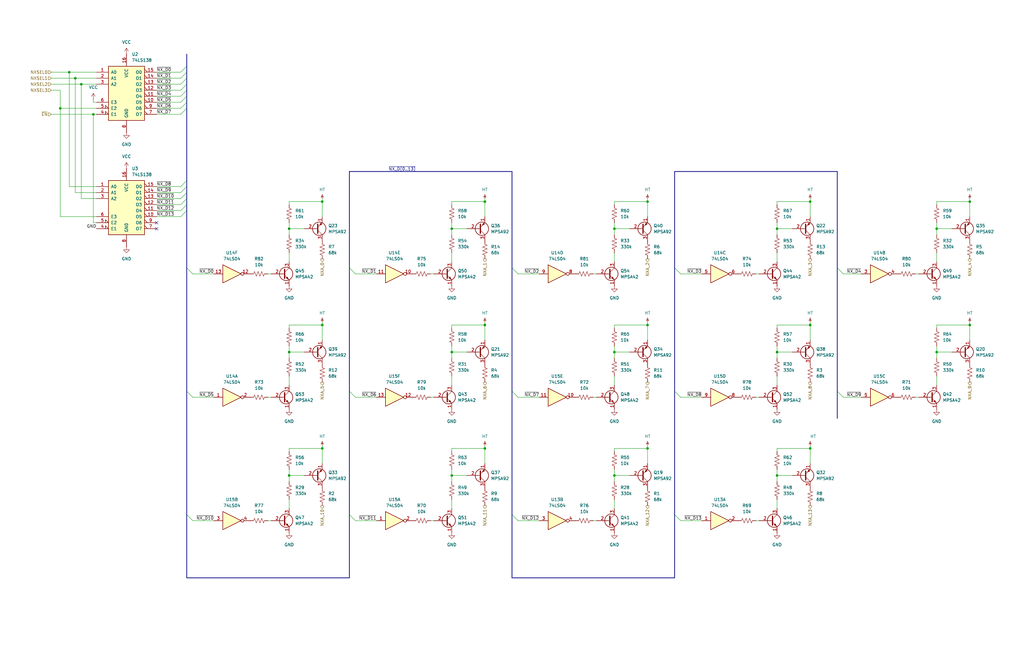
<source format=kicad_sch>
(kicad_sch (version 20231120) (generator "eeschema") (generator_version "8.0")
  (paper "USLedger")
  (title_block (title "TTL Calculator Display Driver") (date "2025-02-14") (rev "A"))
  (junction (at 341.63 137.16))
  (junction (at 135.89 137.16))
  (junction (at 327.66 148.59))
  (junction (at 273.05 137.16))
  (junction (at 204.47 189.23))
  (junction (at 394.97 96.52))
  (junction (at 135.89 85.09))
  (junction (at 341.63 189.23))
  (junction (at 327.66 200.66))
  (junction (at 190.5 200.66))
  (junction (at 190.5 96.52))
  (junction (at 204.47 85.09))
  (junction (at 135.89 189.23))
  (junction (at 259.08 200.66))
  (junction (at 121.92 200.66))
  (junction (at 408.94 137.16))
  (junction (at 273.05 189.23))
  (junction (at 190.5 148.59))
  (junction (at 341.63 85.09))
  (junction (at 34.29 35.56))
  (junction (at 29.21 30.48))
  (junction (at 408.94 85.09))
  (junction (at 39.37 48.26))
  (junction (at 327.66 96.52))
  (junction (at 31.75 33.02))
  (junction (at 394.97 148.59))
  (junction (at 121.92 96.52))
  (junction (at 121.92 148.59))
  (junction (at 25.4 45.72))
  (junction (at 273.05 85.09))
  (junction (at 259.08 148.59))
  (junction (at 204.47 137.16))
  (junction (at 259.08 96.52))
  (no_connect (at 66.04 96.52))
  (no_connect (at 66.04 93.98))
  (bus_entry (at 284.48 113.03) (size 2.54 2.54))
  (bus_entry (at 78.74 81.28) (size -2.54 2.54))
  (bus_entry (at 147.32 113.03) (size 2.54 2.54))
  (bus_entry (at 78.74 35.56) (size -2.54 2.54))
  (bus_entry (at 147.32 217.17) (size 2.54 2.54))
  (bus_entry (at 78.74 38.1) (size -2.54 2.54))
  (bus_entry (at 78.74 86.36) (size -2.54 2.54))
  (bus_entry (at 353.06 113.03) (size 2.54 2.54))
  (bus_entry (at 78.74 33.02) (size -2.54 2.54))
  (bus_entry (at 78.74 40.64) (size -2.54 2.54))
  (bus_entry (at 78.74 30.48) (size -2.54 2.54))
  (bus_entry (at 78.74 76.2) (size -2.54 2.54))
  (bus_entry (at 78.74 113.03) (size 2.54 2.54))
  (bus_entry (at 78.74 165.1) (size 2.54 2.54))
  (bus_entry (at 215.9 217.17) (size 2.54 2.54))
  (bus_entry (at 147.32 165.1) (size 2.54 2.54))
  (bus_entry (at 78.74 217.17) (size 2.54 2.54))
  (bus_entry (at 78.74 78.74) (size -2.54 2.54))
  (bus_entry (at 353.06 165.1) (size 2.54 2.54))
  (bus_entry (at 78.74 88.9) (size -2.54 2.54))
  (bus_entry (at 78.74 83.82) (size -2.54 2.54))
  (bus_entry (at 284.48 165.1) (size 2.54 2.54))
  (bus_entry (at 215.9 165.1) (size 2.54 2.54))
  (bus_entry (at 78.74 27.94) (size -2.54 2.54))
  (bus_entry (at 78.74 43.18) (size -2.54 2.54))
  (bus_entry (at 284.48 217.17) (size 2.54 2.54))
  (bus_entry (at 215.9 113.03) (size 2.54 2.54))
  (bus_entry (at 78.74 45.72) (size -2.54 2.54))
  (wire (pts (xy 190.5 200.66) (xy 190.5 203.2)))
  (wire (pts (xy 66.04 83.82) (xy 76.2 83.82)))
  (wire (pts (xy 66.04 40.64) (xy 76.2 40.64)))
  (wire (pts (xy 327.66 198.12) (xy 327.66 200.66)))
  (wire (pts (xy 121.92 106.68) (xy 121.92 110.49)))
  (wire (pts (xy 135.89 135.89) (xy 135.89 137.16)))
  (wire (pts (xy 327.66 138.43) (xy 327.66 137.16)))
  (wire (pts (xy 190.5 85.09) (xy 204.47 85.09)))
  (wire (pts (xy 259.08 146.05) (xy 259.08 148.59)))
  (wire (pts (xy 394.97 106.68) (xy 394.97 110.49)))
  (wire (pts (xy 204.47 137.16) (xy 204.47 143.51)))
  (wire (pts (xy 190.5 93.98) (xy 190.5 96.52)))
  (wire (pts (xy 190.5 86.36) (xy 190.5 85.09)))
  (wire (pts (xy 259.08 138.43) (xy 259.08 137.16)))
  (wire (pts (xy 355.6 115.57) (xy 363.22 115.57)))
  (wire (pts (xy 273.05 187.96) (xy 273.05 189.23)))
  (wire (pts (xy 394.97 137.16) (xy 408.94 137.16)))
  (wire (pts (xy 25.4 45.72) (xy 40.64 45.72)))
  (wire (pts (xy 21.59 38.1) (xy 25.4 38.1)))
  (wire (pts (xy 190.5 137.16) (xy 204.47 137.16)))
  (wire (pts (xy 121.92 198.12) (xy 121.92 200.66)))
  (wire (pts (xy 40.64 78.74) (xy 29.21 78.74)))
  (wire (pts (xy 204.47 83.82) (xy 204.47 85.09)))
  (wire (pts (xy 149.86 219.71) (xy 158.75 219.71)))
  (wire (pts (xy 31.75 33.02) (xy 40.64 33.02)))
  (wire (pts (xy 190.5 106.68) (xy 190.5 110.49)))
  (wire (pts (xy 394.97 85.09) (xy 408.94 85.09)))
  (wire (pts (xy 204.47 85.09) (xy 204.47 91.44)))
  (wire (pts (xy 40.64 81.28) (xy 31.75 81.28)))
  (bus (pts (xy 147.32 72.39) (xy 215.9 72.39)))
  (wire (pts (xy 327.66 85.09) (xy 341.63 85.09)))
  (wire (pts (xy 121.92 190.5) (xy 121.92 189.23)))
  (wire (pts (xy 408.94 137.16) (xy 408.94 143.51)))
  (wire (pts (xy 341.63 187.96) (xy 341.63 189.23)))
  (wire (pts (xy 121.92 210.82) (xy 121.92 214.63)))
  (wire (pts (xy 259.08 96.52) (xy 265.43 96.52)))
  (bus (pts (xy 353.06 165.1) (xy 353.06 176.53)))
  (bus (pts (xy 284.48 72.39) (xy 284.48 113.03)))
  (bus (pts (xy 78.74 30.48) (xy 78.74 33.02)))
  (wire (pts (xy 66.04 91.44) (xy 76.2 91.44)))
  (wire (pts (xy 259.08 106.68) (xy 259.08 110.49)))
  (wire (pts (xy 204.47 189.23) (xy 204.47 195.58)))
  (wire (pts (xy 394.97 158.75) (xy 394.97 162.56)))
  (wire (pts (xy 287.02 167.64) (xy 295.91 167.64)))
  (wire (pts (xy 34.29 35.56) (xy 40.64 35.56)))
  (wire (pts (xy 259.08 148.59) (xy 259.08 151.13)))
  (wire (pts (xy 355.6 167.64) (xy 363.22 167.64)))
  (wire (pts (xy 273.05 189.23) (xy 273.05 195.58)))
  (wire (pts (xy 327.66 200.66) (xy 327.66 203.2)))
  (wire (pts (xy 327.66 148.59) (xy 334.01 148.59)))
  (wire (pts (xy 218.44 115.57) (xy 227.33 115.57)))
  (wire (pts (xy 259.08 190.5) (xy 259.08 189.23)))
  (wire (pts (xy 341.63 83.82) (xy 341.63 85.09)))
  (wire (pts (xy 259.08 210.82) (xy 259.08 214.63)))
  (wire (pts (xy 327.66 93.98) (xy 327.66 96.52)))
  (wire (pts (xy 408.94 135.89) (xy 408.94 137.16)))
  (wire (pts (xy 259.08 198.12) (xy 259.08 200.66)))
  (wire (pts (xy 250.19 115.57) (xy 251.46 115.57)))
  (wire (pts (xy 287.02 115.57) (xy 295.91 115.57)))
  (wire (pts (xy 135.89 187.96) (xy 135.89 189.23)))
  (wire (pts (xy 394.97 146.05) (xy 394.97 148.59)))
  (wire (pts (xy 40.64 83.82) (xy 34.29 83.82)))
  (wire (pts (xy 394.97 96.52) (xy 394.97 99.06)))
  (wire (pts (xy 135.89 137.16) (xy 135.89 143.51)))
  (wire (pts (xy 273.05 83.82) (xy 273.05 85.09)))
  (wire (pts (xy 327.66 86.36) (xy 327.66 85.09)))
  (wire (pts (xy 259.08 137.16) (xy 273.05 137.16)))
  (wire (pts (xy 121.92 85.09) (xy 135.89 85.09)))
  (wire (pts (xy 341.63 137.16) (xy 341.63 143.51)))
  (bus (pts (xy 78.74 76.2) (xy 78.74 78.74)))
  (bus (pts (xy 215.9 243.84) (xy 284.48 243.84)))
  (wire (pts (xy 81.28 167.64) (xy 90.17 167.64)))
  (wire (pts (xy 121.92 138.43) (xy 121.92 137.16)))
  (wire (pts (xy 327.66 189.23) (xy 341.63 189.23)))
  (bus (pts (xy 78.74 113.03) (xy 78.74 165.1)))
  (wire (pts (xy 408.94 85.09) (xy 408.94 91.44)))
  (bus (pts (xy 78.74 40.64) (xy 78.74 43.18)))
  (wire (pts (xy 327.66 190.5) (xy 327.66 189.23)))
  (wire (pts (xy 135.89 83.82) (xy 135.89 85.09)))
  (wire (pts (xy 135.89 189.23) (xy 135.89 195.58)))
  (wire (pts (xy 121.92 189.23) (xy 135.89 189.23)))
  (wire (pts (xy 121.92 148.59) (xy 128.27 148.59)))
  (wire (pts (xy 273.05 85.09) (xy 273.05 91.44)))
  (wire (pts (xy 394.97 96.52) (xy 401.32 96.52)))
  (wire (pts (xy 218.44 219.71) (xy 227.33 219.71)))
  (wire (pts (xy 121.92 146.05) (xy 121.92 148.59)))
  (wire (pts (xy 190.5 96.52) (xy 190.5 99.06)))
  (wire (pts (xy 66.04 88.9) (xy 76.2 88.9)))
  (wire (pts (xy 66.04 78.74) (xy 76.2 78.74)))
  (wire (pts (xy 259.08 158.75) (xy 259.08 162.56)))
  (wire (pts (xy 121.92 86.36) (xy 121.92 85.09)))
  (bus (pts (xy 78.74 88.9) (xy 78.74 113.03)))
  (wire (pts (xy 394.97 148.59) (xy 394.97 151.13)))
  (wire (pts (xy 21.59 48.26) (xy 39.37 48.26)))
  (wire (pts (xy 21.59 30.48) (xy 29.21 30.48)))
  (wire (pts (xy 29.21 30.48) (xy 29.21 78.74)))
  (wire (pts (xy 394.97 86.36) (xy 394.97 85.09)))
  (wire (pts (xy 25.4 38.1) (xy 25.4 45.72)))
  (wire (pts (xy 66.04 86.36) (xy 76.2 86.36)))
  (wire (pts (xy 40.64 93.98) (xy 39.37 93.98)))
  (wire (pts (xy 135.89 85.09) (xy 135.89 91.44)))
  (wire (pts (xy 149.86 115.57) (xy 158.75 115.57)))
  (wire (pts (xy 327.66 96.52) (xy 327.66 99.06)))
  (wire (pts (xy 250.19 219.71) (xy 251.46 219.71)))
  (wire (pts (xy 259.08 200.66) (xy 259.08 203.2)))
  (wire (pts (xy 181.61 115.57) (xy 182.88 115.57)))
  (wire (pts (xy 21.59 33.02) (xy 31.75 33.02)))
  (bus (pts (xy 78.74 86.36) (xy 78.74 88.9)))
  (wire (pts (xy 394.97 93.98) (xy 394.97 96.52)))
  (wire (pts (xy 327.66 146.05) (xy 327.66 148.59)))
  (wire (pts (xy 113.03 219.71) (xy 114.3 219.71)))
  (wire (pts (xy 327.66 106.68) (xy 327.66 110.49)))
  (wire (pts (xy 66.04 43.18) (xy 76.2 43.18)))
  (wire (pts (xy 259.08 86.36) (xy 259.08 85.09)))
  (bus (pts (xy 215.9 217.17) (xy 215.9 243.84)))
  (wire (pts (xy 259.08 189.23) (xy 273.05 189.23)))
  (wire (pts (xy 190.5 96.52) (xy 196.85 96.52)))
  (bus (pts (xy 284.48 72.39) (xy 353.06 72.39)))
  (bus (pts (xy 78.74 22.86) (xy 78.74 27.94)))
  (wire (pts (xy 327.66 158.75) (xy 327.66 162.56)))
  (wire (pts (xy 66.04 48.26) (xy 76.2 48.26)))
  (wire (pts (xy 39.37 93.98) (xy 39.37 48.26)))
  (wire (pts (xy 259.08 148.59) (xy 265.43 148.59)))
  (wire (pts (xy 327.66 210.82) (xy 327.66 214.63)))
  (wire (pts (xy 190.5 198.12) (xy 190.5 200.66)))
  (wire (pts (xy 40.64 43.18) (xy 39.37 43.18)))
  (wire (pts (xy 190.5 189.23) (xy 204.47 189.23)))
  (wire (pts (xy 341.63 135.89) (xy 341.63 137.16)))
  (bus (pts (xy 353.06 113.03) (xy 353.06 165.1)))
  (wire (pts (xy 66.04 30.48) (xy 76.2 30.48)))
  (wire (pts (xy 190.5 148.59) (xy 196.85 148.59)))
  (bus (pts (xy 78.74 38.1) (xy 78.74 40.64)))
  (wire (pts (xy 327.66 148.59) (xy 327.66 151.13)))
  (wire (pts (xy 318.77 115.57) (xy 320.04 115.57)))
  (wire (pts (xy 121.92 148.59) (xy 121.92 151.13)))
  (bus (pts (xy 78.74 243.84) (xy 147.32 243.84)))
  (wire (pts (xy 121.92 137.16) (xy 135.89 137.16)))
  (wire (pts (xy 66.04 81.28) (xy 76.2 81.28)))
  (bus (pts (xy 78.74 83.82) (xy 78.74 86.36)))
  (wire (pts (xy 66.04 45.72) (xy 76.2 45.72)))
  (wire (pts (xy 386.08 115.57) (xy 387.35 115.57)))
  (wire (pts (xy 29.21 30.48) (xy 40.64 30.48)))
  (wire (pts (xy 39.37 48.26) (xy 40.64 48.26)))
  (bus (pts (xy 147.32 243.84) (xy 147.32 217.17)))
  (wire (pts (xy 250.19 167.64) (xy 251.46 167.64)))
  (wire (pts (xy 190.5 138.43) (xy 190.5 137.16)))
  (wire (pts (xy 327.66 96.52) (xy 334.01 96.52)))
  (wire (pts (xy 318.77 167.64) (xy 320.04 167.64)))
  (wire (pts (xy 273.05 135.89) (xy 273.05 137.16)))
  (wire (pts (xy 327.66 137.16) (xy 341.63 137.16)))
  (wire (pts (xy 40.64 91.44) (xy 25.4 91.44)))
  (wire (pts (xy 204.47 135.89) (xy 204.47 137.16)))
  (bus (pts (xy 215.9 165.1) (xy 215.9 217.17)))
  (wire (pts (xy 149.86 167.64) (xy 158.75 167.64)))
  (bus (pts (xy 353.06 72.39) (xy 353.06 113.03)))
  (wire (pts (xy 81.28 115.57) (xy 90.17 115.57)))
  (wire (pts (xy 394.97 138.43) (xy 394.97 137.16)))
  (wire (pts (xy 341.63 85.09) (xy 341.63 91.44)))
  (wire (pts (xy 21.59 35.56) (xy 34.29 35.56)))
  (wire (pts (xy 190.5 210.82) (xy 190.5 214.63)))
  (wire (pts (xy 327.66 200.66) (xy 334.01 200.66)))
  (bus (pts (xy 78.74 27.94) (xy 78.74 30.48)))
  (wire (pts (xy 121.92 158.75) (xy 121.92 162.56)))
  (bus (pts (xy 147.32 217.17) (xy 147.32 165.1)))
  (wire (pts (xy 259.08 96.52) (xy 259.08 99.06)))
  (wire (pts (xy 394.97 148.59) (xy 401.32 148.59)))
  (bus (pts (xy 78.74 35.56) (xy 78.74 38.1)))
  (bus (pts (xy 78.74 165.1) (xy 78.74 217.17)))
  (bus (pts (xy 284.48 165.1) (xy 284.48 113.03)))
  (wire (pts (xy 287.02 219.71) (xy 295.91 219.71)))
  (wire (pts (xy 273.05 137.16) (xy 273.05 143.51)))
  (bus (pts (xy 147.32 113.03) (xy 147.32 72.39)))
  (bus (pts (xy 284.48 217.17) (xy 284.48 165.1)))
  (wire (pts (xy 121.92 200.66) (xy 128.27 200.66)))
  (bus (pts (xy 78.74 33.02) (xy 78.74 35.56)))
  (bus (pts (xy 78.74 45.72) (xy 78.74 76.2)))
  (wire (pts (xy 66.04 33.02) (xy 76.2 33.02)))
  (wire (pts (xy 204.47 187.96) (xy 204.47 189.23)))
  (bus (pts (xy 78.74 78.74) (xy 78.74 81.28)))
  (wire (pts (xy 66.04 38.1) (xy 76.2 38.1)))
  (wire (pts (xy 121.92 200.66) (xy 121.92 203.2)))
  (wire (pts (xy 218.44 167.64) (xy 227.33 167.64)))
  (bus (pts (xy 147.32 165.1) (xy 147.32 113.03)))
  (bus (pts (xy 78.74 81.28) (xy 78.74 83.82)))
  (wire (pts (xy 121.92 96.52) (xy 128.27 96.52)))
  (wire (pts (xy 190.5 190.5) (xy 190.5 189.23)))
  (wire (pts (xy 121.92 96.52) (xy 121.92 99.06)))
  (wire (pts (xy 113.03 167.64) (xy 114.3 167.64)))
  (bus (pts (xy 284.48 243.84) (xy 284.48 217.17)))
  (wire (pts (xy 181.61 167.64) (xy 182.88 167.64)))
  (wire (pts (xy 121.92 93.98) (xy 121.92 96.52)))
  (wire (pts (xy 25.4 91.44) (xy 25.4 45.72)))
  (wire (pts (xy 181.61 219.71) (xy 182.88 219.71)))
  (bus (pts (xy 78.74 217.17) (xy 78.74 243.84)))
  (wire (pts (xy 190.5 200.66) (xy 196.85 200.66)))
  (wire (pts (xy 259.08 93.98) (xy 259.08 96.52)))
  (wire (pts (xy 190.5 148.59) (xy 190.5 151.13)))
  (wire (pts (xy 341.63 189.23) (xy 341.63 195.58)))
  (wire (pts (xy 31.75 81.28) (xy 31.75 33.02)))
  (wire (pts (xy 39.37 43.18) (xy 39.37 41.91)))
  (wire (pts (xy 386.08 167.64) (xy 387.35 167.64)))
  (bus (pts (xy 215.9 113.03) (xy 215.9 165.1)))
  (wire (pts (xy 408.94 83.82) (xy 408.94 85.09)))
  (bus (pts (xy 78.74 43.18) (xy 78.74 45.72)))
  (wire (pts (xy 34.29 83.82) (xy 34.29 35.56)))
  (wire (pts (xy 190.5 158.75) (xy 190.5 162.56)))
  (wire (pts (xy 190.5 146.05) (xy 190.5 148.59)))
  (wire (pts (xy 318.77 219.71) (xy 320.04 219.71)))
  (wire (pts (xy 259.08 85.09) (xy 273.05 85.09)))
  (wire (pts (xy 259.08 200.66) (xy 265.43 200.66)))
  (wire (pts (xy 81.28 219.71) (xy 90.17 219.71)))
  (wire (pts (xy 66.04 35.56) (xy 76.2 35.56)))
  (wire (pts (xy 113.03 115.57) (xy 114.3 115.57)))
  (bus (pts (xy 215.9 72.39) (xy 215.9 113.03)))
  (label "~{NX_D3}" (at 295.91 115.57 180))
  (label "~{NX_D[0..13]}" (at 163.83 72.39 0))
  (label "~{NX_D10}" (at 90.17 219.71 180))
  (label "~{NX_D0}" (at 90.17 115.57 180))
  (label "~{NX_D12}" (at 227.33 219.71 180))
  (label "GND" (at 40.64 96.52 180))
  (label "~{NX_D1}" (at 158.75 115.57 180))
  (label "~{NX_D11}" (at 158.75 219.71 180))
  (label "~{NX_D2}" (at 66.04 35.56 0))
  (label "~{NX_D10}" (at 66.04 83.82 0))
  (label "~{NX_D2}" (at 227.33 115.57 180))
  (label "~{NX_D7}" (at 227.33 167.64 180))
  (label "~{NX_D0}" (at 66.04 30.48 0))
  (label "~{NX_D3}" (at 66.04 38.1 0))
  (label "~{NX_D9}" (at 66.04 81.28 0))
  (label "~{NX_D9}" (at 363.22 167.64 180))
  (label "~{NX_D4}" (at 363.22 115.57 180))
  (label "~{NX_D8}" (at 295.91 167.64 180))
  (label "~{NX_D1}" (at 66.04 33.02 0))
  (label "~{NX_D13}" (at 66.04 91.44 0))
  (label "~{NX_D5}" (at 90.17 167.64 180))
  (label "~{NX_D11}" (at 66.04 86.36 0))
  (label "~{NX_D4}" (at 66.04 40.64 0))
  (label "~{NX_D6}" (at 66.04 45.72 0))
  (label "~{NX_D5}" (at 66.04 43.18 0))
  (label "~{NX_D8}" (at 66.04 78.74 0))
  (label "~{NX_D12}" (at 66.04 88.9 0))
  (label "~{NX_D13}" (at 295.91 219.71 180))
  (label "~{NX_D7}" (at 66.04 48.26 0))
  (label "~{NX_D6}" (at 158.75 167.64 180))
  (hierarchical_label "NXSEL0" (shape input) (at 21.59 30.48 180))
  (hierarchical_label "NXSEL1" (shape input) (at 21.59 33.02 180))
  (hierarchical_label "NXA_11" (shape output) (at 204.47 213.36 270))
  (hierarchical_label "NXA_0" (shape output) (at 135.89 109.22 270))
  (hierarchical_label "NXA_6" (shape output) (at 204.47 161.29 270))
  (hierarchical_label "NXA_12" (shape output) (at 273.05 213.36 270))
  (hierarchical_label "NXSEL3" (shape input) (at 21.59 38.1 180))
  (hierarchical_label "NXSEL2" (shape input) (at 21.59 35.56 180))
  (hierarchical_label "NXA_1" (shape output) (at 204.47 109.22 270))
  (hierarchical_label "NXA_10" (shape output) (at 135.89 213.36 270))
  (hierarchical_label "NXA_9" (shape output) (at 408.94 161.29 270))
  (hierarchical_label "NXA_2" (shape output) (at 273.05 109.22 270))
  (hierarchical_label "NXA_8" (shape output) (at 341.63 161.29 270))
  (hierarchical_label "NXA_5" (shape output) (at 135.89 161.29 270))
  (hierarchical_label "NXA_7" (shape output) (at 273.05 161.29 270))
  (hierarchical_label "NXA_4" (shape output) (at 408.94 109.22 270))
  (hierarchical_label "NXA_3" (shape output) (at 341.63 109.22 270))
  (hierarchical_label "NXA_13" (shape output) (at 341.63 213.36 270))
  (hierarchical_label "~{EN}" (shape input) (at 21.59 48.26 180))
  (symbol (lib_id "power:GND") (at 53.34 104.14 0) (unit 1)
    (property "Reference" "#PWR051" (effects (hide yes)))
    (property "Value" "GND" (at 53.34 109.22 0))
    (property "Description" "Power symbol creates a global label with name \"GND\" , ground" (effects (hide yes)))
  )
  (symbol (lib_id "Device:R_US") (at 109.22 115.57 90) (unit 1)
    (property "Reference" "R82" (at 109.22 109.22 90))
    (property "Value" "10k" (at 109.22 111.76 90))
    (property "Footprint" "Resistor_THT:R_Axial_DIN0207_L6.3mm_D2.5mm_P7.62mm_Horizontal" (effects (hide yes)))
    (property "Description" "Resistor, US symbol" (effects (hide yes)))
  )
  (symbol (lib_id "Transistor_BJT:MPSA92") (at 133.35 96.52 0) (mirror x) (unit 1)
    (property "Reference" "Q23" (at 138.43 95.2499 0) (effects (justify left)))
    (property "Value" "MPSA92" (at 138.43 97.7899 0) (effects (justify left)))
    (property "Footprint" "Package_TO_SOT_THT:TO-92_Inline_Wide" (effects (hide yes)))
    (property "Datasheet" "http://www.onsemi.com/pub_link/Collateral/MPSA92-D.PDF" (effects (hide yes)))
    (property "Description" "0.5A Ic, 300V Vce, PNP High Voltage Transistor, TO-92" (effects (hide yes)))
  )
  (symbol (lib_id "Device:R_US") (at 190.5 90.17 0) (unit 1)
    (property "Reference" "R68" (at 193.04 88.8999 0) (effects (justify left)))
    (property "Value" "10k" (at 193.04 91.4399 0) (effects (justify left)))
    (property "Footprint" "Resistor_THT:R_Axial_DIN0207_L6.3mm_D2.5mm_P7.62mm_Horizontal" (effects (hide yes)))
    (property "Description" "Resistor, US symbol" (effects (hide yes)))
  )
  (symbol (lib_id "Transistor_BJT:MPSA42") (at 256.54 115.57 0) (unit 1)
    (property "Reference" "Q54" (at 261.62 114.2999 0) (effects (justify left)))
    (property "Value" "MPSA42" (at 261.62 116.8399 0) (effects (justify left)))
    (property "Footprint" "Package_TO_SOT_THT:TO-92_Inline_Wide" (effects (hide yes)))
    (property "Datasheet" "http://www.onsemi.com/pub_link/Collateral/MPSA42-D.PDF" (effects (hide yes)))
    (property "Description" "0.5A Ic, 300V Vce, NPN High Voltage Transistor, TO-92" (effects (hide yes)))
  )
  (symbol (lib_id "Transistor_BJT:MPSA92") (at 406.4 96.52 0) (mirror x) (unit 1)
    (property "Reference" "Q35" (at 411.48 95.2499 0) (effects (justify left)))
    (property "Value" "MPSA92" (at 411.48 97.7899 0) (effects (justify left)))
    (property "Footprint" "Package_TO_SOT_THT:TO-92_Inline_Wide" (effects (hide yes)))
    (property "Datasheet" "http://www.onsemi.com/pub_link/Collateral/MPSA92-D.PDF" (effects (hide yes)))
    (property "Description" "0.5A Ic, 300V Vce, PNP High Voltage Transistor, TO-92" (effects (hide yes)))
  )
  (symbol (lib_id "Device:R_US") (at 327.66 194.31 0) (unit 1)
    (property "Reference" "R62" (at 330.2 193.0399 0) (effects (justify left)))
    (property "Value" "10k" (at 330.2 195.5799 0) (effects (justify left)))
    (property "Footprint" "Resistor_THT:R_Axial_DIN0207_L6.3mm_D2.5mm_P7.62mm_Horizontal" (effects (hide yes)))
    (property "Description" "Resistor, US symbol" (effects (hide yes)))
  )
  (symbol (lib_id "Transistor_BJT:MPSA42") (at 325.12 115.57 0) (unit 1)
    (property "Reference" "Q44" (at 330.2 114.2999 0) (effects (justify left)))
    (property "Value" "MPSA42" (at 330.2 116.8399 0) (effects (justify left)))
    (property "Footprint" "Package_TO_SOT_THT:TO-92_Inline_Wide" (effects (hide yes)))
    (property "Datasheet" "http://www.onsemi.com/pub_link/Collateral/MPSA42-D.PDF" (effects (hide yes)))
    (property "Description" "0.5A Ic, 300V Vce, NPN High Voltage Transistor, TO-92" (effects (hide yes)))
  )
  (symbol (lib_id "Device:R_US") (at 259.08 142.24 0) (unit 1)
    (property "Reference" "R65" (at 261.62 140.9699 0) (effects (justify left)))
    (property "Value" "10k" (at 261.62 143.5099 0) (effects (justify left)))
    (property "Footprint" "Resistor_THT:R_Axial_DIN0207_L6.3mm_D2.5mm_P7.62mm_Horizontal" (effects (hide yes)))
    (property "Description" "Resistor, US symbol" (effects (hide yes)))
  )
  (symbol (lib_id "Device:R_US") (at 273.05 209.55 0) (unit 1)
    (property "Reference" "R1" (at 275.59 208.2799 0) (effects (justify left)))
    (property "Value" "68k" (at 275.59 210.8199 0) (effects (justify left)))
    (property "Footprint" "Resistor_THT:R_Axial_DIN0207_L6.3mm_D2.5mm_P7.62mm_Horizontal" (effects (hide yes)))
    (property "Description" "Resistor, US symbol" (effects (hide yes)))
  )
  (symbol (lib_id "Device:R_US") (at 327.66 102.87 0) (unit 1)
    (property "Reference" "R53" (at 330.2 101.5999 0) (effects (justify left)))
    (property "Value" "330k" (at 330.2 104.1399 0) (effects (justify left)))
    (property "Footprint" "Resistor_THT:R_Axial_DIN0207_L6.3mm_D2.5mm_P7.62mm_Horizontal" (effects (hide yes)))
    (property "Description" "Resistor, US symbol" (effects (hide yes)))
  )
  (symbol (lib_id "Device:R_US") (at 109.22 219.71 90) (unit 1)
    (property "Reference" "R77" (at 109.22 213.36 90))
    (property "Value" "10k" (at 109.22 215.9 90))
    (property "Footprint" "Resistor_THT:R_Axial_DIN0207_L6.3mm_D2.5mm_P7.62mm_Horizontal" (effects (hide yes)))
    (property "Description" "Resistor, US symbol" (effects (hide yes)))
  )
  (symbol (lib_id "Transistor_BJT:MPSA92") (at 270.51 148.59 0) (mirror x) (unit 1)
    (property "Reference" "Q34" (at 275.59 147.3199 0) (effects (justify left)))
    (property "Value" "MPSA92" (at 275.59 149.8599 0) (effects (justify left)))
    (property "Footprint" "Package_TO_SOT_THT:TO-92_Inline_Wide" (effects (hide yes)))
    (property "Datasheet" "http://www.onsemi.com/pub_link/Collateral/MPSA92-D.PDF" (effects (hide yes)))
    (property "Description" "0.5A Ic, 300V Vce, PNP High Voltage Transistor, TO-92" (effects (hide yes)))
  )
  (symbol (lib_id "Device:R_US") (at 327.66 142.24 0) (unit 1)
    (property "Reference" "R57" (at 330.2 140.9699 0) (effects (justify left)))
    (property "Value" "10k" (at 330.2 143.5099 0) (effects (justify left)))
    (property "Footprint" "Resistor_THT:R_Axial_DIN0207_L6.3mm_D2.5mm_P7.62mm_Horizontal" (effects (hide yes)))
    (property "Description" "Resistor, US symbol" (effects (hide yes)))
  )
  (symbol (lib_id "74xx:74LS04") (at 97.79 219.71 0) (unit 2)
    (property "Reference" "U15" (at 97.79 210.82 0))
    (property "Value" "74LS04" (at 97.79 213.36 0))
    (property "Footprint" "Package_DIP:DIP-14_W7.62mm" (effects (hide yes)))
    (property "Datasheet" "http://www.ti.com/lit/gpn/sn74LS04" (effects (hide yes)))
    (property "Description" "Hex Inverter" (effects (hide yes)))
  )
  (symbol (lib_id "power:HT") (at 408.94 135.89 0) (unit 1)
    (property "Reference" "#PWR079" (effects (hide yes)))
    (property "Value" "HT" (at 408.94 132.08 0))
    (property "Description" "Power symbol creates a global label with name \"HT\"" (effects (hide yes)))
  )
  (symbol (lib_id "Transistor_BJT:MPSA92") (at 339.09 148.59 0) (mirror x) (unit 1)
    (property "Reference" "Q38" (at 344.17 147.3199 0) (effects (justify left)))
    (property "Value" "MPSA92" (at 344.17 149.8599 0) (effects (justify left)))
    (property "Footprint" "Package_TO_SOT_THT:TO-92_Inline_Wide" (effects (hide yes)))
    (property "Datasheet" "http://www.onsemi.com/pub_link/Collateral/MPSA92-D.PDF" (effects (hide yes)))
    (property "Description" "0.5A Ic, 300V Vce, PNP High Voltage Transistor, TO-92" (effects (hide yes)))
  )
  (symbol (lib_id "power:VCC") (at 53.34 22.86 0) (unit 1)
    (property "Reference" "#PWR048" (effects (hide yes)))
    (property "Value" "VCC" (at 53.34 17.78 0))
    (property "Description" "Power symbol creates a global label with name \"VCC\"" (effects (hide yes)))
  )
  (symbol (lib_id "Device:R_US") (at 190.5 207.01 0) (unit 1)
    (property "Reference" "R49" (at 193.04 205.7399 0) (effects (justify left)))
    (property "Value" "330k" (at 193.04 208.2799 0) (effects (justify left)))
    (property "Footprint" "Resistor_THT:R_Axial_DIN0207_L6.3mm_D2.5mm_P7.62mm_Horizontal" (effects (hide yes)))
    (property "Description" "Resistor, US symbol" (effects (hide yes)))
  )
  (symbol (lib_id "Transistor_BJT:MPSA42") (at 187.96 219.71 0) (unit 1)
    (property "Reference" "Q51" (at 193.04 218.4399 0) (effects (justify left)))
    (property "Value" "MPSA42" (at 193.04 220.9799 0) (effects (justify left)))
    (property "Footprint" "Package_TO_SOT_THT:TO-92_Inline_Wide" (effects (hide yes)))
    (property "Datasheet" "http://www.onsemi.com/pub_link/Collateral/MPSA42-D.PDF" (effects (hide yes)))
    (property "Description" "0.5A Ic, 300V Vce, NPN High Voltage Transistor, TO-92" (effects (hide yes)))
  )
  (symbol (lib_id "power:GND") (at 190.5 224.79 0) (unit 1)
    (property "Reference" "#PWR060" (effects (hide yes)))
    (property "Value" "GND" (at 190.5 229.87 0))
    (property "Description" "Power symbol creates a global label with name \"GND\" , ground" (effects (hide yes)))
  )
  (symbol (lib_id "power:VCC") (at 39.37 41.91 0) (unit 1)
    (property "Reference" "#PWR047" (effects (hide yes)))
    (property "Value" "VCC" (at 39.37 36.83 0))
    (property "Description" "Power symbol creates a global label with name \"VCC\"" (effects (hide yes)))
  )
  (symbol (lib_id "Device:R_US") (at 204.47 157.48 0) (unit 1)
    (property "Reference" "R4" (at 207.01 156.2099 0) (effects (justify left)))
    (property "Value" "68k" (at 207.01 158.7499 0) (effects (justify left)))
    (property "Footprint" "Resistor_THT:R_Axial_DIN0207_L6.3mm_D2.5mm_P7.62mm_Horizontal" (effects (hide yes)))
    (property "Description" "Resistor, US symbol" (effects (hide yes)))
  )
  (symbol (lib_id "power:GND") (at 327.66 120.65 0) (unit 1)
    (property "Reference" "#PWR070" (effects (hide yes)))
    (property "Value" "GND" (at 327.66 125.73 0))
    (property "Description" "Power symbol creates a global label with name \"GND\" , ground" (effects (hide yes)))
  )
  (symbol (lib_id "Device:R_US") (at 341.63 157.48 0) (unit 1)
    (property "Reference" "R3" (at 344.17 156.2099 0) (effects (justify left)))
    (property "Value" "68k" (at 344.17 158.7499 0) (effects (justify left)))
    (property "Footprint" "Resistor_THT:R_Axial_DIN0207_L6.3mm_D2.5mm_P7.62mm_Horizontal" (effects (hide yes)))
    (property "Description" "Resistor, US symbol" (effects (hide yes)))
  )
  (symbol (lib_id "Transistor_BJT:MPSA92") (at 270.51 200.66 0) (mirror x) (unit 1)
    (property "Reference" "Q19" (at 275.59 199.3899 0) (effects (justify left)))
    (property "Value" "MPSA92" (at 275.59 201.9299 0) (effects (justify left)))
    (property "Footprint" "Package_TO_SOT_THT:TO-92_Inline_Wide" (effects (hide yes)))
    (property "Datasheet" "http://www.onsemi.com/pub_link/Collateral/MPSA92-D.PDF" (effects (hide yes)))
    (property "Description" "0.5A Ic, 300V Vce, PNP High Voltage Transistor, TO-92" (effects (hide yes)))
  )
  (symbol (lib_id "Device:R_US") (at 382.27 115.57 90) (unit 1)
    (property "Reference" "R80" (at 382.27 109.22 90))
    (property "Value" "10k" (at 382.27 111.76 90))
    (property "Footprint" "Resistor_THT:R_Axial_DIN0207_L6.3mm_D2.5mm_P7.62mm_Horizontal" (effects (hide yes)))
    (property "Description" "Resistor, US symbol" (effects (hide yes)))
  )
  (symbol (lib_id "74xx:74LS04") (at 234.95 219.71 0) (unit 2)
    (property "Reference" "U13" (at 234.95 210.82 0))
    (property "Value" "74LS04" (at 234.95 213.36 0))
    (property "Footprint" "Package_DIP:DIP-14_W7.62mm" (effects (hide yes)))
    (property "Datasheet" "http://www.ti.com/lit/gpn/sn74LS04" (effects (hide yes)))
    (property "Description" "Hex Inverter" (effects (hide yes)))
  )
  (symbol (lib_id "power:GND") (at 190.5 120.65 0) (unit 1)
    (property "Reference" "#PWR058" (effects (hide yes)))
    (property "Value" "GND" (at 190.5 125.73 0))
    (property "Description" "Power symbol creates a global label with name \"GND\" , ground" (effects (hide yes)))
  )
  (symbol (lib_id "power:HT") (at 408.94 83.82 0) (unit 1)
    (property "Reference" "#PWR078" (effects (hide yes)))
    (property "Value" "HT" (at 408.94 80.01 0))
    (property "Description" "Power symbol creates a global label with name \"HT\"" (effects (hide yes)))
  )
  (symbol (lib_id "Transistor_BJT:MPSA42") (at 187.96 167.64 0) (unit 1)
    (property "Reference" "Q43" (at 193.04 166.3699 0) (effects (justify left)))
    (property "Value" "MPSA42" (at 193.04 168.9099 0) (effects (justify left)))
    (property "Footprint" "Package_TO_SOT_THT:TO-92_Inline_Wide" (effects (hide yes)))
    (property "Datasheet" "http://www.onsemi.com/pub_link/Collateral/MPSA42-D.PDF" (effects (hide yes)))
    (property "Description" "0.5A Ic, 300V Vce, NPN High Voltage Transistor, TO-92" (effects (hide yes)))
  )
  (symbol (lib_id "power:GND") (at 121.92 120.65 0) (unit 1)
    (property "Reference" "#PWR052" (effects (hide yes)))
    (property "Value" "GND" (at 121.92 125.73 0))
    (property "Description" "Power symbol creates a global label with name \"GND\" , ground" (effects (hide yes)))
  )
  (symbol (lib_id "Device:R_US") (at 190.5 194.31 0) (unit 1)
    (property "Reference" "R63" (at 193.04 193.0399 0) (effects (justify left)))
    (property "Value" "10k" (at 193.04 195.5799 0) (effects (justify left)))
    (property "Footprint" "Resistor_THT:R_Axial_DIN0207_L6.3mm_D2.5mm_P7.62mm_Horizontal" (effects (hide yes)))
    (property "Description" "Resistor, US symbol" (effects (hide yes)))
  )
  (symbol (lib_id "Device:R_US") (at 190.5 142.24 0) (unit 1)
    (property "Reference" "R58" (at 193.04 140.9699 0) (effects (justify left)))
    (property "Value" "10k" (at 193.04 143.5099 0) (effects (justify left)))
    (property "Footprint" "Resistor_THT:R_Axial_DIN0207_L6.3mm_D2.5mm_P7.62mm_Horizontal" (effects (hide yes)))
    (property "Description" "Resistor, US symbol" (effects (hide yes)))
  )
  (symbol (lib_id "power:GND") (at 53.34 55.88 0) (unit 1)
    (property "Reference" "#PWR049" (effects (hide yes)))
    (property "Value" "GND" (at 53.34 60.96 0))
    (property "Description" "Power symbol creates a global label with name \"GND\" , ground" (effects (hide yes)))
  )
  (symbol (lib_id "power:HT") (at 204.47 187.96 0) (unit 1)
    (property "Reference" "#PWR063" (effects (hide yes)))
    (property "Value" "HT" (at 204.47 184.15 0))
    (property "Description" "Power symbol creates a global label with name \"HT\"" (effects (hide yes)))
  )
  (symbol (lib_id "Transistor_BJT:MPSA42") (at 392.43 115.57 0) (unit 1)
    (property "Reference" "Q49" (at 397.51 114.2999 0) (effects (justify left)))
    (property "Value" "MPSA42" (at 397.51 116.8399 0) (effects (justify left)))
    (property "Footprint" "Package_TO_SOT_THT:TO-92_Inline_Wide" (effects (hide yes)))
    (property "Datasheet" "http://www.onsemi.com/pub_link/Collateral/MPSA42-D.PDF" (effects (hide yes)))
    (property "Description" "0.5A Ic, 300V Vce, NPN High Voltage Transistor, TO-92" (effects (hide yes)))
  )
  (symbol (lib_id "Device:R_US") (at 204.47 209.55 0) (unit 1)
    (property "Reference" "R9" (at 207.01 208.2799 0) (effects (justify left)))
    (property "Value" "68k" (at 207.01 210.8199 0) (effects (justify left)))
    (property "Footprint" "Resistor_THT:R_Axial_DIN0207_L6.3mm_D2.5mm_P7.62mm_Horizontal" (effects (hide yes)))
    (property "Description" "Resistor, US symbol" (effects (hide yes)))
  )
  (symbol (lib_id "power:HT") (at 341.63 187.96 0) (unit 1)
    (property "Reference" "#PWR075" (effects (hide yes)))
    (property "Value" "HT" (at 342.9 184.15 0))
    (property "Description" "Power symbol creates a global label with name \"HT\"" (effects (hide yes)))
  )
  (symbol (lib_id "Device:R_US") (at 314.96 115.57 90) (unit 1)
    (property "Reference" "R74" (at 314.96 109.22 90))
    (property "Value" "10k" (at 314.96 111.76 90))
    (property "Footprint" "Resistor_THT:R_Axial_DIN0207_L6.3mm_D2.5mm_P7.62mm_Horizontal" (effects (hide yes)))
    (property "Description" "Resistor, US symbol" (effects (hide yes)))
  )
  (symbol (lib_id "Transistor_BJT:MPSA92") (at 133.35 148.59 0) (mirror x) (unit 1)
    (property "Reference" "Q39" (at 138.43 147.3199 0) (effects (justify left)))
    (property "Value" "MPSA92" (at 138.43 149.8599 0) (effects (justify left)))
    (property "Footprint" "Package_TO_SOT_THT:TO-92_Inline_Wide" (effects (hide yes)))
    (property "Datasheet" "http://www.onsemi.com/pub_link/Collateral/MPSA92-D.PDF" (effects (hide yes)))
    (property "Description" "0.5A Ic, 300V Vce, PNP High Voltage Transistor, TO-92" (effects (hide yes)))
  )
  (symbol (lib_id "Transistor_BJT:MPSA92") (at 406.4 148.59 0) (mirror x) (unit 1)
    (property "Reference" "Q20" (at 411.48 147.3199 0) (effects (justify left)))
    (property "Value" "MPSA92" (at 411.48 149.8599 0) (effects (justify left)))
    (property "Footprint" "Package_TO_SOT_THT:TO-92_Inline_Wide" (effects (hide yes)))
    (property "Datasheet" "http://www.onsemi.com/pub_link/Collateral/MPSA92-D.PDF" (effects (hide yes)))
    (property "Description" "0.5A Ic, 300V Vce, PNP High Voltage Transistor, TO-92" (effects (hide yes)))
  )
  (symbol (lib_id "Device:R_US") (at 394.97 102.87 0) (unit 1)
    (property "Reference" "R32" (at 397.51 101.5999 0) (effects (justify left)))
    (property "Value" "330k" (at 397.51 104.1399 0) (effects (justify left)))
    (property "Footprint" "Resistor_THT:R_Axial_DIN0207_L6.3mm_D2.5mm_P7.62mm_Horizontal" (effects (hide yes)))
    (property "Description" "Resistor, US symbol" (effects (hide yes)))
  )
  (symbol (lib_id "Device:R_US") (at 408.94 157.48 0) (unit 1)
    (property "Reference" "R10" (at 411.48 156.2099 0) (effects (justify left)))
    (property "Value" "68k" (at 411.48 158.7499 0) (effects (justify left)))
    (property "Footprint" "Resistor_THT:R_Axial_DIN0207_L6.3mm_D2.5mm_P7.62mm_Horizontal" (effects (hide yes)))
    (property "Description" "Resistor, US symbol" (effects (hide yes)))
  )
  (symbol (lib_id "Transistor_BJT:MPSA42") (at 325.12 219.71 0) (unit 1)
    (property "Reference" "Q46" (at 330.2 218.4399 0) (effects (justify left)))
    (property "Value" "MPSA42" (at 330.2 220.9799 0) (effects (justify left)))
    (property "Footprint" "Package_TO_SOT_THT:TO-92_Inline_Wide" (effects (hide yes)))
    (property "Datasheet" "http://www.onsemi.com/pub_link/Collateral/MPSA42-D.PDF" (effects (hide yes)))
    (property "Description" "0.5A Ic, 300V Vce, NPN High Voltage Transistor, TO-92" (effects (hide yes)))
  )
  (symbol (lib_id "power:HT") (at 273.05 83.82 0) (unit 1)
    (property "Reference" "#PWR067" (effects (hide yes)))
    (property "Value" "HT" (at 273.05 80.01 0))
    (property "Description" "Power symbol creates a global label with name \"HT\"" (effects (hide yes)))
  )
  (symbol (lib_id "Device:R_US") (at 259.08 207.01 0) (unit 1)
    (property "Reference" "R28" (at 261.62 205.7399 0) (effects (justify left)))
    (property "Value" "330k" (at 261.62 208.2799 0) (effects (justify left)))
    (property "Footprint" "Resistor_THT:R_Axial_DIN0207_L6.3mm_D2.5mm_P7.62mm_Horizontal" (effects (hide yes)))
    (property "Description" "Resistor, US symbol" (effects (hide yes)))
  )
  (symbol (lib_id "Transistor_BJT:MPSA92") (at 201.93 96.52 0) (mirror x) (unit 1)
    (property "Reference" "Q36" (at 207.01 95.2499 0) (effects (justify left)))
    (property "Value" "MPSA92" (at 207.01 97.7899 0) (effects (justify left)))
    (property "Footprint" "Package_TO_SOT_THT:TO-92_Inline_Wide" (effects (hide yes)))
    (property "Datasheet" "http://www.onsemi.com/pub_link/Collateral/MPSA92-D.PDF" (effects (hide yes)))
    (property "Description" "0.5A Ic, 300V Vce, PNP High Voltage Transistor, TO-92" (effects (hide yes)))
  )
  (symbol (lib_id "74xx:74LS04") (at 303.53 115.57 0) (unit 3)
    (property "Reference" "U14" (at 303.53 106.68 0))
    (property "Value" "74LS04" (at 303.53 109.22 0))
    (property "Footprint" "Package_DIP:DIP-14_W7.62mm" (effects (hide yes)))
    (property "Datasheet" "http://www.ti.com/lit/gpn/sn74LS04" (effects (hide yes)))
    (property "Description" "Hex Inverter" (effects (hide yes)))
  )
  (symbol (lib_id "Device:R_US") (at 135.89 209.55 0) (unit 1)
    (property "Reference" "R2" (at 138.43 208.2799 0) (effects (justify left)))
    (property "Value" "68k" (at 138.43 210.8199 0) (effects (justify left)))
    (property "Footprint" "Resistor_THT:R_Axial_DIN0207_L6.3mm_D2.5mm_P7.62mm_Horizontal" (effects (hide yes)))
    (property "Description" "Resistor, US symbol" (effects (hide yes)))
  )
  (symbol (lib_id "74xx:74LS04") (at 303.53 167.64 0) (unit 4)
    (property "Reference" "U15" (at 303.53 158.75 0))
    (property "Value" "74LS04" (at 303.53 161.29 0))
    (property "Footprint" "Package_DIP:DIP-14_W7.62mm" (effects (hide yes)))
    (property "Datasheet" "http://www.ti.com/lit/gpn/sn74LS04" (effects (hide yes)))
    (property "Description" "Hex Inverter" (effects (hide yes)))
  )
  (symbol (lib_id "Device:R_US") (at 135.89 105.41 0) (unit 1)
    (property "Reference" "R7" (at 138.43 104.1399 0) (effects (justify left)))
    (property "Value" "68k" (at 138.43 106.6799 0) (effects (justify left)))
    (property "Footprint" "Resistor_THT:R_Axial_DIN0207_L6.3mm_D2.5mm_P7.62mm_Horizontal" (effects (hide yes)))
    (property "Description" "Resistor, US symbol" (effects (hide yes)))
  )
  (symbol (lib_id "Transistor_BJT:MPSA92") (at 133.35 200.66 0) (mirror x) (unit 1)
    (property "Reference" "Q33" (at 138.43 199.3899 0) (effects (justify left)))
    (property "Value" "MPSA92" (at 138.43 201.9299 0) (effects (justify left)))
    (property "Footprint" "Package_TO_SOT_THT:TO-92_Inline_Wide" (effects (hide yes)))
    (property "Datasheet" "http://www.onsemi.com/pub_link/Collateral/MPSA92-D.PDF" (effects (hide yes)))
    (property "Description" "0.5A Ic, 300V Vce, PNP High Voltage Transistor, TO-92" (effects (hide yes)))
  )
  (symbol (lib_id "74xx:74LS04") (at 234.95 167.64 0) (unit 5)
    (property "Reference" "U15" (at 234.95 158.75 0))
    (property "Value" "74LS04" (at 234.95 161.29 0))
    (property "Footprint" "Package_DIP:DIP-14_W7.62mm" (effects (hide yes)))
    (property "Datasheet" "http://www.ti.com/lit/gpn/sn74LS04" (effects (hide yes)))
    (property "Description" "Hex Inverter" (effects (hide yes)))
  )
  (symbol (lib_id "Device:R_US") (at 109.22 167.64 90) (unit 1)
    (property "Reference" "R73" (at 109.22 161.29 90))
    (property "Value" "10k" (at 109.22 163.83 90))
    (property "Footprint" "Resistor_THT:R_Axial_DIN0207_L6.3mm_D2.5mm_P7.62mm_Horizontal" (effects (hide yes)))
    (property "Description" "Resistor, US symbol" (effects (hide yes)))
  )
  (symbol (lib_id "Device:R_US") (at 394.97 90.17 0) (unit 1)
    (property "Reference" "R59" (at 397.51 88.8999 0) (effects (justify left)))
    (property "Value" "10k" (at 397.51 91.4399 0) (effects (justify left)))
    (property "Footprint" "Resistor_THT:R_Axial_DIN0207_L6.3mm_D2.5mm_P7.62mm_Horizontal" (effects (hide yes)))
    (property "Description" "Resistor, US symbol" (effects (hide yes)))
  )
  (symbol (lib_id "Transistor_BJT:MPSA42") (at 256.54 219.71 0) (unit 1)
    (property "Reference" "Q41" (at 261.62 218.4399 0) (effects (justify left)))
    (property "Value" "MPSA42" (at 261.62 220.9799 0) (effects (justify left)))
    (property "Footprint" "Package_TO_SOT_THT:TO-92_Inline_Wide" (effects (hide yes)))
    (property "Datasheet" "http://www.onsemi.com/pub_link/Collateral/MPSA42-D.PDF" (effects (hide yes)))
    (property "Description" "0.5A Ic, 300V Vce, NPN High Voltage Transistor, TO-92" (effects (hide yes)))
  )
  (symbol (lib_id "Transistor_BJT:MPSA92") (at 201.93 200.66 0) (mirror x) (unit 1)
    (property "Reference" "Q37" (at 207.01 199.3899 0) (effects (justify left)))
    (property "Value" "MPSA92" (at 207.01 201.9299 0) (effects (justify left)))
    (property "Footprint" "Package_TO_SOT_THT:TO-92_Inline_Wide" (effects (hide yes)))
    (property "Datasheet" "http://www.onsemi.com/pub_link/Collateral/MPSA92-D.PDF" (effects (hide yes)))
    (property "Description" "0.5A Ic, 300V Vce, PNP High Voltage Transistor, TO-92" (effects (hide yes)))
  )
  (symbol (lib_id "Transistor_BJT:MPSA42") (at 119.38 167.64 0) (unit 1)
    (property "Reference" "Q53" (at 124.46 166.3699 0) (effects (justify left)))
    (property "Value" "MPSA42" (at 124.46 168.9099 0) (effects (justify left)))
    (property "Footprint" "Package_TO_SOT_THT:TO-92_Inline_Wide" (effects (hide yes)))
    (property "Datasheet" "http://www.onsemi.com/pub_link/Collateral/MPSA42-D.PDF" (effects (hide yes)))
    (property "Description" "0.5A Ic, 300V Vce, NPN High Voltage Transistor, TO-92" (effects (hide yes)))
  )
  (symbol (lib_id "74xx:74LS138") (at 53.34 38.1 0) (unit 1)
    (property "Reference" "U2" (at 55.5341 22.86 0) (effects (justify left)))
    (property "Value" "74LS138" (at 55.5341 25.4 0) (effects (justify left)))
    (property "Footprint" "Package_DIP:DIP-16_W7.62mm" (effects (hide yes)))
    (property "Datasheet" "http://www.ti.com/lit/gpn/sn74LS138" (effects (hide yes)))
    (property "Description" "Decoder 3 to 8 active low outputs" (effects (hide yes)))
  )
  (symbol (lib_id "Transistor_BJT:MPSA42") (at 187.96 115.57 0) (unit 1)
    (property "Reference" "Q50" (at 193.04 114.2999 0) (effects (justify left)))
    (property "Value" "MPSA42" (at 193.04 116.8399 0) (effects (justify left)))
    (property "Footprint" "Package_TO_SOT_THT:TO-92_Inline_Wide" (effects (hide yes)))
    (property "Datasheet" "http://www.onsemi.com/pub_link/Collateral/MPSA42-D.PDF" (effects (hide yes)))
    (property "Description" "0.5A Ic, 300V Vce, NPN High Voltage Transistor, TO-92" (effects (hide yes)))
  )
  (symbol (lib_id "Transistor_BJT:MPSA92") (at 270.51 96.52 0) (mirror x) (unit 1)
    (property "Reference" "Q40" (at 275.59 95.2499 0) (effects (justify left)))
    (property "Value" "MPSA92" (at 275.59 97.7899 0) (effects (justify left)))
    (property "Footprint" "Package_TO_SOT_THT:TO-92_Inline_Wide" (effects (hide yes)))
    (property "Datasheet" "http://www.onsemi.com/pub_link/Collateral/MPSA92-D.PDF" (effects (hide yes)))
    (property "Description" "0.5A Ic, 300V Vce, PNP High Voltage Transistor, TO-92" (effects (hide yes)))
  )
  (symbol (lib_id "74xx:74LS04") (at 234.95 115.57 0) (unit 4)
    (property "Reference" "U14" (at 234.95 106.68 0))
    (property "Value" "74LS04" (at 234.95 109.22 0))
    (property "Footprint" "Package_DIP:DIP-14_W7.62mm" (effects (hide yes)))
    (property "Datasheet" "http://www.ti.com/lit/gpn/sn74LS04" (effects (hide yes)))
    (property "Description" "Hex Inverter" (effects (hide yes)))
  )
  (symbol (lib_id "Device:R_US") (at 408.94 105.41 0) (unit 1)
    (property "Reference" "R5" (at 411.48 104.1399 0) (effects (justify left)))
    (property "Value" "68k" (at 411.48 106.6799 0) (effects (justify left)))
    (property "Footprint" "Resistor_THT:R_Axial_DIN0207_L6.3mm_D2.5mm_P7.62mm_Horizontal" (effects (hide yes)))
    (property "Description" "Resistor, US symbol" (effects (hide yes)))
  )
  (symbol (lib_id "74xx:74LS04") (at 97.79 115.57 0) (unit 6)
    (property "Reference" "U14" (at 97.79 106.68 0))
    (property "Value" "74LS04" (at 97.79 109.22 0))
    (property "Footprint" "Package_DIP:DIP-14_W7.62mm" (effects (hide yes)))
    (property "Datasheet" "http://www.ti.com/lit/gpn/sn74LS04" (effects (hide yes)))
    (property "Description" "Hex Inverter" (effects (hide yes)))
  )
  (symbol (lib_id "Device:R_US") (at 273.05 105.41 0) (unit 1)
    (property "Reference" "R6" (at 275.59 104.1399 0) (effects (justify left)))
    (property "Value" "68k" (at 275.59 106.6799 0) (effects (justify left)))
    (property "Footprint" "Resistor_THT:R_Axial_DIN0207_L6.3mm_D2.5mm_P7.62mm_Horizontal" (effects (hide yes)))
    (property "Description" "Resistor, US symbol" (effects (hide yes)))
  )
  (symbol (lib_id "Device:R_US") (at 121.92 90.17 0) (unit 1)
    (property "Reference" "R61" (at 124.46 88.8999 0) (effects (justify left)))
    (property "Value" "10k" (at 124.46 91.4399 0) (effects (justify left)))
    (property "Footprint" "Resistor_THT:R_Axial_DIN0207_L6.3mm_D2.5mm_P7.62mm_Horizontal" (effects (hide yes)))
    (property "Description" "Resistor, US symbol" (effects (hide yes)))
  )
  (symbol (lib_id "Device:R_US") (at 135.89 157.48 0) (unit 1)
    (property "Reference" "R12" (at 138.43 156.2099 0) (effects (justify left)))
    (property "Value" "68k" (at 138.43 158.7499 0) (effects (justify left)))
    (property "Footprint" "Resistor_THT:R_Axial_DIN0207_L6.3mm_D2.5mm_P7.62mm_Horizontal" (effects (hide yes)))
    (property "Description" "Resistor, US symbol" (effects (hide yes)))
  )
  (symbol (lib_id "Device:R_US") (at 204.47 105.41 0) (unit 1)
    (property "Reference" "R14" (at 207.01 104.1399 0) (effects (justify left)))
    (property "Value" "68k" (at 207.01 106.6799 0) (effects (justify left)))
    (property "Footprint" "Resistor_THT:R_Axial_DIN0207_L6.3mm_D2.5mm_P7.62mm_Horizontal" (effects (hide yes)))
    (property "Description" "Resistor, US symbol" (effects (hide yes)))
  )
  (symbol (lib_id "power:GND") (at 394.97 120.65 0) (unit 1)
    (property "Reference" "#PWR076" (effects (hide yes)))
    (property "Value" "GND" (at 394.97 125.73 0))
    (property "Description" "Power symbol creates a global label with name \"GND\" , ground" (effects (hide yes)))
  )
  (symbol (lib_id "Device:R_US") (at 121.92 194.31 0) (unit 1)
    (property "Reference" "R56" (at 124.46 193.0399 0) (effects (justify left)))
    (property "Value" "10k" (at 124.46 195.5799 0) (effects (justify left)))
    (property "Footprint" "Resistor_THT:R_Axial_DIN0207_L6.3mm_D2.5mm_P7.62mm_Horizontal" (effects (hide yes)))
    (property "Description" "Resistor, US symbol" (effects (hide yes)))
  )
  (symbol (lib_id "power:GND") (at 259.08 120.65 0) (unit 1)
    (property "Reference" "#PWR064" (effects (hide yes)))
    (property "Value" "GND" (at 259.08 125.73 0))
    (property "Description" "Power symbol creates a global label with name \"GND\" , ground" (effects (hide yes)))
  )
  (symbol (lib_id "Device:R_US") (at 246.38 115.57 90) (unit 1)
    (property "Reference" "R81" (at 246.38 109.22 90))
    (property "Value" "10k" (at 246.38 111.76 90))
    (property "Footprint" "Resistor_THT:R_Axial_DIN0207_L6.3mm_D2.5mm_P7.62mm_Horizontal" (effects (hide yes)))
    (property "Description" "Resistor, US symbol" (effects (hide yes)))
  )
  (symbol (lib_id "Device:R_US") (at 327.66 90.17 0) (unit 1)
    (property "Reference" "R67" (at 330.2 88.8999 0) (effects (justify left)))
    (property "Value" "10k" (at 330.2 91.4399 0) (effects (justify left)))
    (property "Footprint" "Resistor_THT:R_Axial_DIN0207_L6.3mm_D2.5mm_P7.62mm_Horizontal" (effects (hide yes)))
    (property "Description" "Resistor, US symbol" (effects (hide yes)))
  )
  (symbol (lib_id "power:GND") (at 121.92 224.79 0) (unit 1)
    (property "Reference" "#PWR054" (effects (hide yes)))
    (property "Value" "GND" (at 121.92 229.87 0))
    (property "Description" "Power symbol creates a global label with name \"GND\" , ground" (effects (hide yes)))
  )
  (symbol (lib_id "Device:R_US") (at 246.38 219.71 90) (unit 1)
    (property "Reference" "R76" (at 246.38 213.36 90))
    (property "Value" "10k" (at 246.38 215.9 90))
    (property "Footprint" "Resistor_THT:R_Axial_DIN0207_L6.3mm_D2.5mm_P7.62mm_Horizontal" (effects (hide yes)))
    (property "Description" "Resistor, US symbol" (effects (hide yes)))
  )
  (symbol (lib_id "Device:R_US") (at 121.92 142.24 0) (unit 1)
    (property "Reference" "R66" (at 124.46 140.9699 0) (effects (justify left)))
    (property "Value" "10k" (at 124.46 143.5099 0) (effects (justify left)))
    (property "Footprint" "Resistor_THT:R_Axial_DIN0207_L6.3mm_D2.5mm_P7.62mm_Horizontal" (effects (hide yes)))
    (property "Description" "Resistor, US symbol" (effects (hide yes)))
  )
  (symbol (lib_id "Device:R_US") (at 121.92 102.87 0) (unit 1)
    (property "Reference" "R34" (at 124.46 101.5999 0) (effects (justify left)))
    (property "Value" "330k" (at 124.46 104.1399 0) (effects (justify left)))
    (property "Footprint" "Resistor_THT:R_Axial_DIN0207_L6.3mm_D2.5mm_P7.62mm_Horizontal" (effects (hide yes)))
    (property "Description" "Resistor, US symbol" (effects (hide yes)))
  )
  (symbol (lib_id "Transistor_BJT:MPSA42") (at 119.38 219.71 0) (unit 1)
    (property "Reference" "Q47" (at 124.46 218.4399 0) (effects (justify left)))
    (property "Value" "MPSA42" (at 124.46 220.9799 0) (effects (justify left)))
    (property "Footprint" "Package_TO_SOT_THT:TO-92_Inline_Wide" (effects (hide yes)))
    (property "Datasheet" "http://www.onsemi.com/pub_link/Collateral/MPSA42-D.PDF" (effects (hide yes)))
    (property "Description" "0.5A Ic, 300V Vce, NPN High Voltage Transistor, TO-92" (effects (hide yes)))
  )
  (symbol (lib_id "Device:R_US") (at 121.92 154.94 0) (unit 1)
    (property "Reference" "R52" (at 124.46 153.6699 0) (effects (justify left)))
    (property "Value" "330k" (at 124.46 156.2099 0) (effects (justify left)))
    (property "Footprint" "Resistor_THT:R_Axial_DIN0207_L6.3mm_D2.5mm_P7.62mm_Horizontal" (effects (hide yes)))
    (property "Description" "Resistor, US symbol" (effects (hide yes)))
  )
  (symbol (lib_id "Device:R_US") (at 341.63 209.55 0) (unit 1)
    (property "Reference" "R8" (at 344.17 208.2799 0) (effects (justify left)))
    (property "Value" "68k" (at 344.17 210.8199 0) (effects (justify left)))
    (property "Footprint" "Resistor_THT:R_Axial_DIN0207_L6.3mm_D2.5mm_P7.62mm_Horizontal" (effects (hide yes)))
    (property "Description" "Resistor, US symbol" (effects (hide yes)))
  )
  (symbol (lib_id "power:HT") (at 273.05 135.89 0) (unit 1)
    (property "Reference" "#PWR068" (effects (hide yes)))
    (property "Value" "HT" (at 273.05 132.08 0))
    (property "Description" "Power symbol creates a global label with name \"HT\"" (effects (hide yes)))
  )
  (symbol (lib_id "Transistor_BJT:MPSA42") (at 119.38 115.57 0) (unit 1)
    (property "Reference" "Q45" (at 124.46 114.2999 0) (effects (justify left)))
    (property "Value" "MPSA42" (at 124.46 116.8399 0) (effects (justify left)))
    (property "Footprint" "Package_TO_SOT_THT:TO-92_Inline_Wide" (effects (hide yes)))
    (property "Datasheet" "http://www.onsemi.com/pub_link/Collateral/MPSA42-D.PDF" (effects (hide yes)))
    (property "Description" "0.5A Ic, 300V Vce, NPN High Voltage Transistor, TO-92" (effects (hide yes)))
  )
  (symbol (lib_id "power:GND") (at 121.92 172.72 0) (unit 1)
    (property "Reference" "#PWR053" (effects (hide yes)))
    (property "Value" "GND" (at 121.92 177.8 0))
    (property "Description" "Power symbol creates a global label with name \"GND\" , ground" (effects (hide yes)))
  )
  (symbol (lib_id "Device:R_US") (at 327.66 154.94 0) (unit 1)
    (property "Reference" "R30" (at 330.2 153.6699 0) (effects (justify left)))
    (property "Value" "330k" (at 330.2 156.2099 0) (effects (justify left)))
    (property "Footprint" "Resistor_THT:R_Axial_DIN0207_L6.3mm_D2.5mm_P7.62mm_Horizontal" (effects (hide yes)))
    (property "Description" "Resistor, US symbol" (effects (hide yes)))
  )
  (symbol (lib_id "Device:R_US") (at 273.05 157.48 0) (unit 1)
    (property "Reference" "R11" (at 275.59 156.2099 0) (effects (justify left)))
    (property "Value" "68k" (at 275.59 158.7499 0) (effects (justify left)))
    (property "Footprint" "Resistor_THT:R_Axial_DIN0207_L6.3mm_D2.5mm_P7.62mm_Horizontal" (effects (hide yes)))
    (property "Description" "Resistor, US symbol" (effects (hide yes)))
  )
  (symbol (lib_id "74xx:74LS04") (at 370.84 167.64 0) (unit 3)
    (property "Reference" "U15" (at 370.84 158.75 0))
    (property "Value" "74LS04" (at 370.84 161.29 0))
    (property "Footprint" "Package_DIP:DIP-14_W7.62mm" (effects (hide yes)))
    (property "Datasheet" "http://www.ti.com/lit/gpn/sn74LS04" (effects (hide yes)))
    (property "Description" "Hex Inverter" (effects (hide yes)))
  )
  (symbol (lib_id "74xx:74LS04") (at 166.37 219.71 0) (unit 1)
    (property "Reference" "U15" (at 166.37 210.82 0))
    (property "Value" "74LS04" (at 166.37 213.36 0))
    (property "Footprint" "Package_DIP:DIP-14_W7.62mm" (effects (hide yes)))
    (property "Datasheet" "http://www.ti.com/lit/gpn/sn74LS04" (effects (hide yes)))
    (property "Description" "Hex Inverter" (effects (hide yes)))
  )
  (symbol (lib_id "Device:R_US") (at 327.66 207.01 0) (unit 1)
    (property "Reference" "R48" (at 330.2 205.7399 0) (effects (justify left)))
    (property "Value" "330k" (at 330.2 208.2799 0) (effects (justify left)))
    (property "Footprint" "Resistor_THT:R_Axial_DIN0207_L6.3mm_D2.5mm_P7.62mm_Horizontal" (effects (hide yes)))
    (property "Description" "Resistor, US symbol" (effects (hide yes)))
  )
  (symbol (lib_id "power:HT") (at 341.63 135.89 0) (unit 1)
    (property "Reference" "#PWR074" (effects (hide yes)))
    (property "Value" "HT" (at 341.63 132.08 0))
    (property "Description" "Power symbol creates a global label with name \"HT\"" (effects (hide yes)))
  )
  (symbol (lib_id "Transistor_BJT:MPSA42") (at 256.54 167.64 0) (unit 1)
    (property "Reference" "Q48" (at 261.62 166.3699 0) (effects (justify left)))
    (property "Value" "MPSA42" (at 261.62 168.9099 0) (effects (justify left)))
    (property "Footprint" "Package_TO_SOT_THT:TO-92_Inline_Wide" (effects (hide yes)))
    (property "Datasheet" "http://www.onsemi.com/pub_link/Collateral/MPSA42-D.PDF" (effects (hide yes)))
    (property "Description" "0.5A Ic, 300V Vce, NPN High Voltage Transistor, TO-92" (effects (hide yes)))
  )
  (symbol (lib_id "Device:R_US") (at 394.97 154.94 0) (unit 1)
    (property "Reference" "R50" (at 397.51 153.6699 0) (effects (justify left)))
    (property "Value" "330k" (at 397.51 156.2099 0) (effects (justify left)))
    (property "Footprint" "Resistor_THT:R_Axial_DIN0207_L6.3mm_D2.5mm_P7.62mm_Horizontal" (effects (hide yes)))
    (property "Description" "Resistor, US symbol" (effects (hide yes)))
  )
  (symbol (lib_id "power:HT") (at 204.47 135.89 0) (unit 1)
    (property "Reference" "#PWR062" (effects (hide yes)))
    (property "Value" "HT" (at 204.47 132.08 0))
    (property "Description" "Power symbol creates a global label with name \"HT\"" (effects (hide yes)))
  )
  (symbol (lib_id "power:GND") (at 259.08 224.79 0) (unit 1)
    (property "Reference" "#PWR066" (effects (hide yes)))
    (property "Value" "GND" (at 259.08 229.87 0))
    (property "Description" "Power symbol creates a global label with name \"GND\" , ground" (effects (hide yes)))
  )
  (symbol (lib_id "power:HT") (at 341.63 83.82 0) (unit 1)
    (property "Reference" "#PWR073" (effects (hide yes)))
    (property "Value" "HT" (at 341.63 80.01 0))
    (property "Description" "Power symbol creates a global label with name \"HT\"" (effects (hide yes)))
  )
  (symbol (lib_id "74xx:74LS04") (at 166.37 115.57 0) (unit 5)
    (property "Reference" "U14" (at 166.37 106.68 0))
    (property "Value" "74LS04" (at 166.37 109.22 0))
    (property "Footprint" "Package_DIP:DIP-14_W7.62mm" (effects (hide yes)))
    (property "Datasheet" "http://www.ti.com/lit/gpn/sn74LS04" (effects (hide yes)))
    (property "Description" "Hex Inverter" (effects (hide yes)))
  )
  (symbol (lib_id "Device:R_US") (at 190.5 154.94 0) (unit 1)
    (property "Reference" "R31" (at 193.04 153.6699 0) (effects (justify left)))
    (property "Value" "330k" (at 193.04 156.2099 0) (effects (justify left)))
    (property "Footprint" "Resistor_THT:R_Axial_DIN0207_L6.3mm_D2.5mm_P7.62mm_Horizontal" (effects (hide yes)))
    (property "Description" "Resistor, US symbol" (effects (hide yes)))
  )
  (symbol (lib_id "Device:R_US") (at 121.92 207.01 0) (unit 1)
    (property "Reference" "R29" (at 124.46 205.7399 0) (effects (justify left)))
    (property "Value" "330k" (at 124.46 208.2799 0) (effects (justify left)))
    (property "Footprint" "Resistor_THT:R_Axial_DIN0207_L6.3mm_D2.5mm_P7.62mm_Horizontal" (effects (hide yes)))
    (property "Description" "Resistor, US symbol" (effects (hide yes)))
  )
  (symbol (lib_id "Device:R_US") (at 259.08 102.87 0) (unit 1)
    (property "Reference" "R33" (at 261.62 101.5999 0) (effects (justify left)))
    (property "Value" "330k" (at 261.62 104.1399 0) (effects (justify left)))
    (property "Footprint" "Resistor_THT:R_Axial_DIN0207_L6.3mm_D2.5mm_P7.62mm_Horizontal" (effects (hide yes)))
    (property "Description" "Resistor, US symbol" (effects (hide yes)))
  )
  (symbol (lib_id "power:GND") (at 327.66 172.72 0) (unit 1)
    (property "Reference" "#PWR071" (effects (hide yes)))
    (property "Value" "GND" (at 327.66 177.8 0))
    (property "Description" "Power symbol creates a global label with name \"GND\" , ground" (effects (hide yes)))
  )
  (symbol (lib_id "74xx:74LS04") (at 303.53 219.71 0) (unit 1)
    (property "Reference" "U13" (at 303.53 210.82 0))
    (property "Value" "74LS04" (at 303.53 213.36 0))
    (property "Footprint" "Package_DIP:DIP-14_W7.62mm" (effects (hide yes)))
    (property "Datasheet" "http://www.ti.com/lit/gpn/sn74LS04" (effects (hide yes)))
    (property "Description" "Hex Inverter" (effects (hide yes)))
  )
  (symbol (lib_id "Device:R_US") (at 177.8 115.57 90) (unit 1)
    (property "Reference" "R75" (at 177.8 109.22 90))
    (property "Value" "10k" (at 177.8 111.76 90))
    (property "Footprint" "Resistor_THT:R_Axial_DIN0207_L6.3mm_D2.5mm_P7.62mm_Horizontal" (effects (hide yes)))
    (property "Description" "Resistor, US symbol" (effects (hide yes)))
  )
  (symbol (lib_id "power:GND") (at 259.08 172.72 0) (unit 1)
    (property "Reference" "#PWR065" (effects (hide yes)))
    (property "Value" "GND" (at 259.08 177.8 0))
    (property "Description" "Power symbol creates a global label with name \"GND\" , ground" (effects (hide yes)))
  )
  (symbol (lib_id "Device:R_US") (at 314.96 167.64 90) (unit 1)
    (property "Reference" "R78" (at 314.96 161.29 90))
    (property "Value" "10k" (at 314.96 163.83 90))
    (property "Footprint" "Resistor_THT:R_Axial_DIN0207_L6.3mm_D2.5mm_P7.62mm_Horizontal" (effects (hide yes)))
    (property "Description" "Resistor, US symbol" (effects (hide yes)))
  )
  (symbol (lib_id "Device:R_US") (at 177.8 219.71 90) (unit 1)
    (property "Reference" "R70" (at 177.8 213.36 90))
    (property "Value" "10k" (at 177.8 215.9 90))
    (property "Footprint" "Resistor_THT:R_Axial_DIN0207_L6.3mm_D2.5mm_P7.62mm_Horizontal" (effects (hide yes)))
    (property "Description" "Resistor, US symbol" (effects (hide yes)))
  )
  (symbol (lib_id "Device:R_US") (at 314.96 219.71 90) (unit 1)
    (property "Reference" "R69" (at 314.96 213.36 90))
    (property "Value" "10k" (at 314.96 215.9 90))
    (property "Footprint" "Resistor_THT:R_Axial_DIN0207_L6.3mm_D2.5mm_P7.62mm_Horizontal" (effects (hide yes)))
    (property "Description" "Resistor, US symbol" (effects (hide yes)))
  )
  (symbol (lib_id "power:GND") (at 190.5 172.72 0) (unit 1)
    (property "Reference" "#PWR059" (effects (hide yes)))
    (property "Value" "GND" (at 190.5 177.8 0))
    (property "Description" "Power symbol creates a global label with name \"GND\" , ground" (effects (hide yes)))
  )
  (symbol (lib_id "Device:R_US") (at 341.63 105.41 0) (unit 1)
    (property "Reference" "R13" (at 344.17 104.1399 0) (effects (justify left)))
    (property "Value" "68k" (at 344.17 106.6799 0) (effects (justify left)))
    (property "Footprint" "Resistor_THT:R_Axial_DIN0207_L6.3mm_D2.5mm_P7.62mm_Horizontal" (effects (hide yes)))
    (property "Description" "Resistor, US symbol" (effects (hide yes)))
  )
  (symbol (lib_id "Transistor_BJT:MPSA92") (at 339.09 96.52 0) (mirror x) (unit 1)
    (property "Reference" "Q22" (at 344.17 95.2499 0) (effects (justify left)))
    (property "Value" "MPSA92" (at 344.17 97.7899 0) (effects (justify left)))
    (property "Footprint" "Package_TO_SOT_THT:TO-92_Inline_Wide" (effects (hide yes)))
    (property "Datasheet" "http://www.onsemi.com/pub_link/Collateral/MPSA92-D.PDF" (effects (hide yes)))
    (property "Description" "0.5A Ic, 300V Vce, PNP High Voltage Transistor, TO-92" (effects (hide yes)))
  )
  (symbol (lib_id "Transistor_BJT:MPSA92") (at 201.93 148.59 0) (mirror x) (unit 1)
    (property "Reference" "Q21" (at 207.01 147.3199 0) (effects (justify left)))
    (property "Value" "MPSA92" (at 207.01 149.8599 0) (effects (justify left)))
    (property "Footprint" "Package_TO_SOT_THT:TO-92_Inline_Wide" (effects (hide yes)))
    (property "Datasheet" "http://www.onsemi.com/pub_link/Collateral/MPSA92-D.PDF" (effects (hide yes)))
    (property "Description" "0.5A Ic, 300V Vce, PNP High Voltage Transistor, TO-92" (effects (hide yes)))
  )
  (symbol (lib_id "power:GND") (at 394.97 172.72 0) (unit 1)
    (property "Reference" "#PWR077" (effects (hide yes)))
    (property "Value" "GND" (at 394.97 177.8 0))
    (property "Description" "Power symbol creates a global label with name \"GND\" , ground" (effects (hide yes)))
  )
  (symbol (lib_id "Device:R_US") (at 190.5 102.87 0) (unit 1)
    (property "Reference" "R54" (at 193.04 101.5999 0) (effects (justify left)))
    (property "Value" "330k" (at 193.04 104.1399 0) (effects (justify left)))
    (property "Footprint" "Resistor_THT:R_Axial_DIN0207_L6.3mm_D2.5mm_P7.62mm_Horizontal" (effects (hide yes)))
    (property "Description" "Resistor, US symbol" (effects (hide yes)))
  )
  (symbol (lib_id "power:VCC") (at 53.34 71.12 0) (unit 1)
    (property "Reference" "#PWR050" (effects (hide yes)))
    (property "Value" "VCC" (at 53.34 66.04 0))
    (property "Description" "Power symbol creates a global label with name \"VCC\"" (effects (hide yes)))
  )
  (symbol (lib_id "power:HT") (at 135.89 187.96 0) (unit 1)
    (property "Reference" "#PWR057" (effects (hide yes)))
    (property "Value" "HT" (at 135.89 184.15 0))
    (property "Description" "Power symbol creates a global label with name \"HT\"" (effects (hide yes)))
  )
  (symbol (lib_id "Device:R_US") (at 259.08 90.17 0) (unit 1)
    (property "Reference" "R60" (at 261.62 88.8999 0) (effects (justify left)))
    (property "Value" "10k" (at 261.62 91.4399 0) (effects (justify left)))
    (property "Footprint" "Resistor_THT:R_Axial_DIN0207_L6.3mm_D2.5mm_P7.62mm_Horizontal" (effects (hide yes)))
    (property "Description" "Resistor, US symbol" (effects (hide yes)))
  )
  (symbol (lib_id "Device:R_US") (at 259.08 194.31 0) (unit 1)
    (property "Reference" "R55" (at 261.62 193.0399 0) (effects (justify left)))
    (property "Value" "10k" (at 261.62 195.5799 0) (effects (justify left)))
    (property "Footprint" "Resistor_THT:R_Axial_DIN0207_L6.3mm_D2.5mm_P7.62mm_Horizontal" (effects (hide yes)))
    (property "Description" "Resistor, US symbol" (effects (hide yes)))
  )
  (symbol (lib_id "Transistor_BJT:MPSA42") (at 325.12 167.64 0) (unit 1)
    (property "Reference" "Q52" (at 330.2 166.3699 0) (effects (justify left)))
    (property "Value" "MPSA42" (at 330.2 168.9099 0) (effects (justify left)))
    (property "Footprint" "Package_TO_SOT_THT:TO-92_Inline_Wide" (effects (hide yes)))
    (property "Datasheet" "http://www.onsemi.com/pub_link/Collateral/MPSA42-D.PDF" (effects (hide yes)))
    (property "Description" "0.5A Ic, 300V Vce, NPN High Voltage Transistor, TO-92" (effects (hide yes)))
  )
  (symbol (lib_id "Device:R_US") (at 259.08 154.94 0) (unit 1)
    (property "Reference" "R51" (at 261.62 153.6699 0) (effects (justify left)))
    (property "Value" "330k" (at 261.62 156.2099 0) (effects (justify left)))
    (property "Footprint" "Resistor_THT:R_Axial_DIN0207_L6.3mm_D2.5mm_P7.62mm_Horizontal" (effects (hide yes)))
    (property "Description" "Resistor, US symbol" (effects (hide yes)))
  )
  (symbol (lib_id "74xx:74LS04") (at 370.84 115.57 0) (unit 2)
    (property "Reference" "U14" (at 370.84 106.68 0))
    (property "Value" "74LS04" (at 370.84 109.22 0))
    (property "Footprint" "Package_DIP:DIP-14_W7.62mm" (effects (hide yes)))
    (property "Datasheet" "http://www.ti.com/lit/gpn/sn74LS04" (effects (hide yes)))
    (property "Description" "Hex Inverter" (effects (hide yes)))
  )
  (symbol (lib_id "74xx:74LS04") (at 97.79 167.64 0) (unit 1)
    (property "Reference" "U14" (at 97.79 158.75 0))
    (property "Value" "74LS04" (at 97.79 161.29 0))
    (property "Footprint" "Package_DIP:DIP-14_W7.62mm" (effects (hide yes)))
    (property "Datasheet" "http://www.ti.com/lit/gpn/sn74LS04" (effects (hide yes)))
    (property "Description" "Hex Inverter" (effects (hide yes)))
  )
  (symbol (lib_id "power:HT") (at 135.89 83.82 0) (unit 1)
    (property "Reference" "#PWR055" (effects (hide yes)))
    (property "Value" "HT" (at 135.89 80.01 0))
    (property "Description" "Power symbol creates a global label with name \"HT\"" (effects (hide yes)))
  )
  (symbol (lib_id "Device:R_US") (at 246.38 167.64 90) (unit 1)
    (property "Reference" "R72" (at 246.38 161.29 90))
    (property "Value" "10k" (at 246.38 163.83 90))
    (property "Footprint" "Resistor_THT:R_Axial_DIN0207_L6.3mm_D2.5mm_P7.62mm_Horizontal" (effects (hide yes)))
    (property "Description" "Resistor, US symbol" (effects (hide yes)))
  )
  (symbol (lib_id "power:GND") (at 327.66 224.79 0) (unit 1)
    (property "Reference" "#PWR072" (effects (hide yes)))
    (property "Value" "GND" (at 327.66 229.87 0))
    (property "Description" "Power symbol creates a global label with name \"GND\" , ground" (effects (hide yes)))
  )
  (symbol (lib_id "power:HT") (at 273.05 187.96 0) (unit 1)
    (property "Reference" "#PWR069" (effects (hide yes)))
    (property "Value" "HT" (at 273.05 184.15 0))
    (property "Description" "Power symbol creates a global label with name \"HT\"" (effects (hide yes)))
  )
  (symbol (lib_id "power:HT") (at 135.89 135.89 0) (unit 1)
    (property "Reference" "#PWR056" (effects (hide yes)))
    (property "Value" "HT" (at 135.89 132.08 0))
    (property "Description" "Power symbol creates a global label with name \"HT\"" (effects (hide yes)))
  )
  (symbol (lib_id "Device:R_US") (at 382.27 167.64 90) (unit 1)
    (property "Reference" "R71" (at 382.27 161.29 90))
    (property "Value" "10k" (at 382.27 163.83 90))
    (property "Footprint" "Resistor_THT:R_Axial_DIN0207_L6.3mm_D2.5mm_P7.62mm_Horizontal" (effects (hide yes)))
    (property "Description" "Resistor, US symbol" (effects (hide yes)))
  )
  (symbol (lib_id "Transistor_BJT:MPSA92") (at 339.09 200.66 0) (mirror x) (unit 1)
    (property "Reference" "Q32" (at 344.17 199.3899 0) (effects (justify left)))
    (property "Value" "MPSA92" (at 344.17 201.9299 0) (effects (justify left)))
    (property "Footprint" "Package_TO_SOT_THT:TO-92_Inline_Wide" (effects (hide yes)))
    (property "Datasheet" "http://www.onsemi.com/pub_link/Collateral/MPSA92-D.PDF" (effects (hide yes)))
    (property "Description" "0.5A Ic, 300V Vce, PNP High Voltage Transistor, TO-92" (effects (hide yes)))
  )
  (symbol (lib_id "74xx:74LS04") (at 166.37 167.64 0) (unit 6)
    (property "Reference" "U15" (at 166.37 158.75 0))
    (property "Value" "74LS04" (at 166.37 161.29 0))
    (property "Footprint" "Package_DIP:DIP-14_W7.62mm" (effects (hide yes)))
    (property "Datasheet" "http://www.ti.com/lit/gpn/sn74LS04" (effects (hide yes)))
    (property "Description" "Hex Inverter" (effects (hide yes)))
  )
  (symbol (lib_id "power:HT") (at 204.47 83.82 0) (unit 1)
    (property "Reference" "#PWR061" (effects (hide yes)))
    (property "Value" "HT" (at 204.47 80.01 0))
    (property "Description" "Power symbol creates a global label with name \"HT\"" (effects (hide yes)))
  )
  (symbol (lib_id "Device:R_US") (at 177.8 167.64 90) (unit 1)
    (property "Reference" "R79" (at 177.8 161.29 90))
    (property "Value" "10k" (at 177.8 163.83 90))
    (property "Footprint" "Resistor_THT:R_Axial_DIN0207_L6.3mm_D2.5mm_P7.62mm_Horizontal" (effects (hide yes)))
    (property "Description" "Resistor, US symbol" (effects (hide yes)))
  )
  (symbol (lib_id "74xx:74LS138") (at 53.34 86.36 0) (unit 1)
    (property "Reference" "U3" (at 55.5341 71.12 0) (effects (justify left)))
    (property "Value" "74LS138" (at 55.5341 73.66 0) (effects (justify left)))
    (property "Footprint" "Package_DIP:DIP-16_W7.62mm" (effects (hide yes)))
    (property "Datasheet" "http://www.ti.com/lit/gpn/sn74LS138" (effects (hide yes)))
    (property "Description" "Decoder 3 to 8 active low outputs" (effects (hide yes)))
  )
  (symbol (lib_id "Device:R_US") (at 394.97 142.24 0) (unit 1)
    (property "Reference" "R64" (at 397.51 140.9699 0) (effects (justify left)))
    (property "Value" "10k" (at 397.51 143.5099 0) (effects (justify left)))
    (property "Footprint" "Resistor_THT:R_Axial_DIN0207_L6.3mm_D2.5mm_P7.62mm_Horizontal" (effects (hide yes)))
    (property "Description" "Resistor, US symbol" (effects (hide yes)))
  )
  (symbol (lib_id "Transistor_BJT:MPSA42") (at 392.43 167.64 0) (unit 1)
    (property "Reference" "Q42" (at 397.51 166.3699 0) (effects (justify left)))
    (property "Value" "MPSA42" (at 397.51 168.9099 0) (effects (justify left)))
    (property "Footprint" "Package_TO_SOT_THT:TO-92_Inline_Wide" (effects (hide yes)))
    (property "Datasheet" "http://www.onsemi.com/pub_link/Collateral/MPSA42-D.PDF" (effects (hide yes)))
    (property "Description" "0.5A Ic, 300V Vce, NPN High Voltage Transistor, TO-92" (effects (hide yes)))
  )
)
</source>
